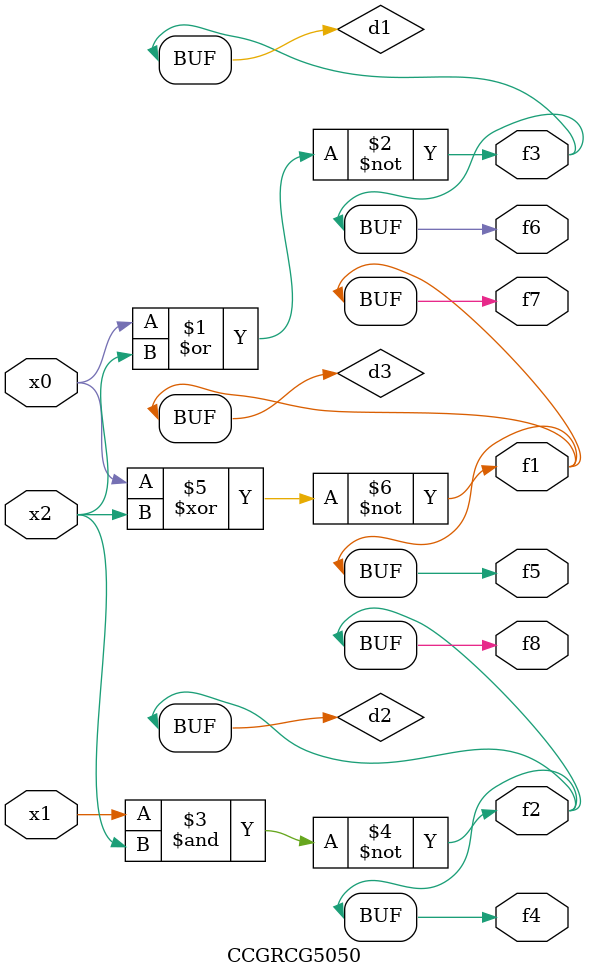
<source format=v>
module CCGRCG5050(
	input x0, x1, x2,
	output f1, f2, f3, f4, f5, f6, f7, f8
);

	wire d1, d2, d3;

	nor (d1, x0, x2);
	nand (d2, x1, x2);
	xnor (d3, x0, x2);
	assign f1 = d3;
	assign f2 = d2;
	assign f3 = d1;
	assign f4 = d2;
	assign f5 = d3;
	assign f6 = d1;
	assign f7 = d3;
	assign f8 = d2;
endmodule

</source>
